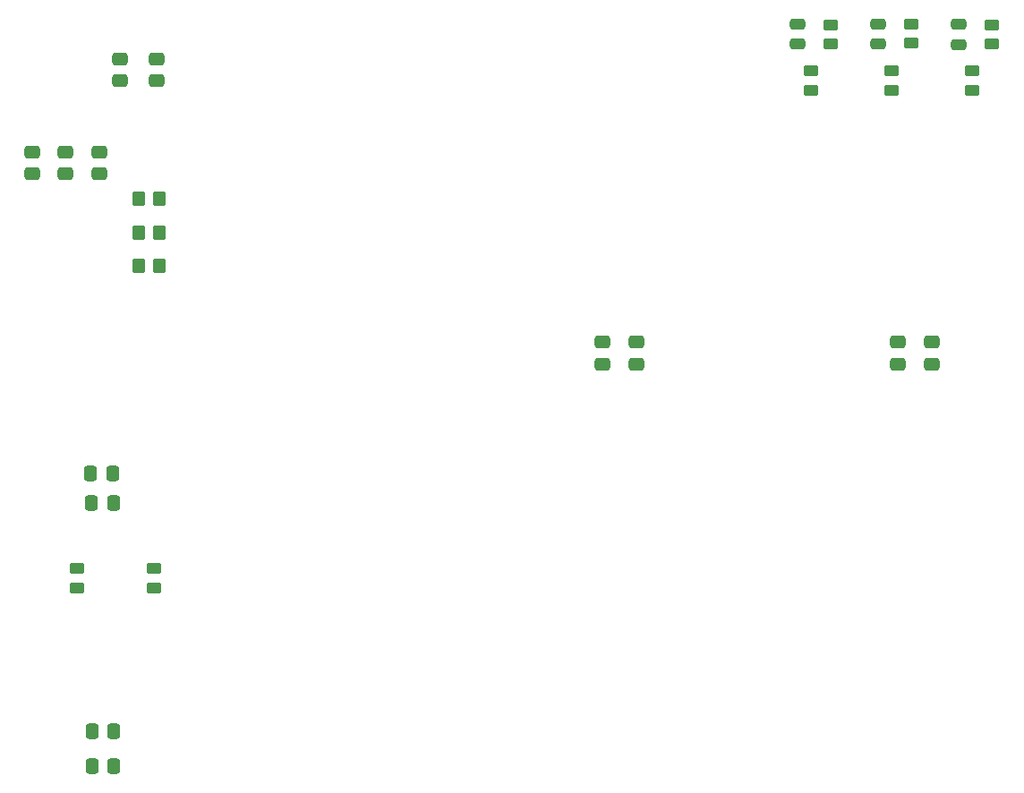
<source format=gbr>
%TF.GenerationSoftware,KiCad,Pcbnew,6.0.7-f9a2dced07~116~ubuntu20.04.1*%
%TF.CreationDate,2022-10-31T14:41:35+01:00*%
%TF.ProjectId,av_citynode_hw,61765f63-6974-4796-9e6f-64655f68772e,rev?*%
%TF.SameCoordinates,Original*%
%TF.FileFunction,Paste,Top*%
%TF.FilePolarity,Positive*%
%FSLAX46Y46*%
G04 Gerber Fmt 4.6, Leading zero omitted, Abs format (unit mm)*
G04 Created by KiCad (PCBNEW 6.0.7-f9a2dced07~116~ubuntu20.04.1) date 2022-10-31 14:41:35*
%MOMM*%
%LPD*%
G01*
G04 APERTURE LIST*
G04 Aperture macros list*
%AMRoundRect*
0 Rectangle with rounded corners*
0 $1 Rounding radius*
0 $2 $3 $4 $5 $6 $7 $8 $9 X,Y pos of 4 corners*
0 Add a 4 corners polygon primitive as box body*
4,1,4,$2,$3,$4,$5,$6,$7,$8,$9,$2,$3,0*
0 Add four circle primitives for the rounded corners*
1,1,$1+$1,$2,$3*
1,1,$1+$1,$4,$5*
1,1,$1+$1,$6,$7*
1,1,$1+$1,$8,$9*
0 Add four rect primitives between the rounded corners*
20,1,$1+$1,$2,$3,$4,$5,0*
20,1,$1+$1,$4,$5,$6,$7,0*
20,1,$1+$1,$6,$7,$8,$9,0*
20,1,$1+$1,$8,$9,$2,$3,0*%
G04 Aperture macros list end*
%ADD10RoundRect,0.250000X0.450000X-0.262500X0.450000X0.262500X-0.450000X0.262500X-0.450000X-0.262500X0*%
%ADD11RoundRect,0.250000X0.337500X0.475000X-0.337500X0.475000X-0.337500X-0.475000X0.337500X-0.475000X0*%
%ADD12RoundRect,0.250000X-0.475000X0.337500X-0.475000X-0.337500X0.475000X-0.337500X0.475000X0.337500X0*%
%ADD13RoundRect,0.250000X-0.450000X0.262500X-0.450000X-0.262500X0.450000X-0.262500X0.450000X0.262500X0*%
%ADD14RoundRect,0.250000X0.350000X0.450000X-0.350000X0.450000X-0.350000X-0.450000X0.350000X-0.450000X0*%
%ADD15RoundRect,0.250000X0.475000X-0.250000X0.475000X0.250000X-0.475000X0.250000X-0.475000X-0.250000X0*%
%ADD16RoundRect,0.250000X0.475000X-0.337500X0.475000X0.337500X-0.475000X0.337500X-0.475000X-0.337500X0*%
G04 APERTURE END LIST*
D10*
%TO.C,R9*%
X200719000Y-57658000D03*
X200719000Y-55833000D03*
%TD*%
D11*
%TO.C,C23*%
X117645000Y-125984000D03*
X115570000Y-125984000D03*
%TD*%
D12*
%TO.C,C4*%
X167064000Y-85830500D03*
X167064000Y-87905500D03*
%TD*%
D10*
%TO.C,R11*%
X193099000Y-57578000D03*
X193099000Y-55753000D03*
%TD*%
D13*
%TO.C,R13*%
X121412000Y-107268000D03*
X121412000Y-109093000D03*
%TD*%
D10*
%TO.C,R10*%
X191194000Y-62023000D03*
X191194000Y-60198000D03*
%TD*%
D14*
%TO.C,R3*%
X121979000Y-78628000D03*
X119979000Y-78628000D03*
%TD*%
D11*
%TO.C,C1*%
X117518000Y-98298000D03*
X115443000Y-98298000D03*
%TD*%
D15*
%TO.C,C22*%
X189924000Y-57653000D03*
X189924000Y-55753000D03*
%TD*%
%TO.C,C21*%
X197544000Y-57695500D03*
X197544000Y-55795500D03*
%TD*%
%TO.C,C17*%
X182304000Y-57658000D03*
X182304000Y-55758000D03*
%TD*%
D12*
%TO.C,C24*%
X118237000Y-59033500D03*
X118237000Y-61108500D03*
%TD*%
D10*
%TO.C,R7*%
X185479000Y-57658000D03*
X185479000Y-55833000D03*
%TD*%
D16*
%TO.C,C7*%
X109914000Y-69908000D03*
X109914000Y-67833000D03*
%TD*%
%TO.C,C3*%
X116264000Y-69908000D03*
X116264000Y-67833000D03*
%TD*%
D10*
%TO.C,R8*%
X198814000Y-62023000D03*
X198814000Y-60198000D03*
%TD*%
D11*
%TO.C,C26*%
X117645000Y-122682000D03*
X115570000Y-122682000D03*
%TD*%
D16*
%TO.C,C5*%
X113089000Y-69908000D03*
X113089000Y-67833000D03*
%TD*%
D13*
%TO.C,R12*%
X114173000Y-107268000D03*
X114173000Y-109093000D03*
%TD*%
D12*
%TO.C,C25*%
X121666000Y-59033500D03*
X121666000Y-61108500D03*
%TD*%
D14*
%TO.C,R1*%
X121979000Y-72278000D03*
X119979000Y-72278000D03*
%TD*%
D12*
%TO.C,C9*%
X195004000Y-85830500D03*
X195004000Y-87905500D03*
%TD*%
D10*
%TO.C,R6*%
X183574000Y-62023000D03*
X183574000Y-60198000D03*
%TD*%
D12*
%TO.C,C6*%
X163889000Y-85830500D03*
X163889000Y-87905500D03*
%TD*%
D11*
%TO.C,C2*%
X117602000Y-101092000D03*
X115527000Y-101092000D03*
%TD*%
D14*
%TO.C,R2*%
X121979000Y-75453000D03*
X119979000Y-75453000D03*
%TD*%
D12*
%TO.C,C8*%
X191829000Y-85830500D03*
X191829000Y-87905500D03*
%TD*%
M02*

</source>
